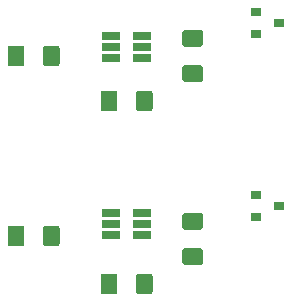
<source format=gbr>
G04 #@! TF.GenerationSoftware,KiCad,Pcbnew,5.0.2+dfsg1-1*
G04 #@! TF.CreationDate,2019-12-28T11:31:48-05:00*
G04 #@! TF.ProjectId,2001captchpad,32303031-6361-4707-9463-687061642e6b,rev?*
G04 #@! TF.SameCoordinates,Original*
G04 #@! TF.FileFunction,Paste,Top*
G04 #@! TF.FilePolarity,Positive*
%FSLAX46Y46*%
G04 Gerber Fmt 4.6, Leading zero omitted, Abs format (unit mm)*
G04 Created by KiCad (PCBNEW 5.0.2+dfsg1-1) date Sat 28 Dec 2019 11:31:48 AM EST*
%MOMM*%
%LPD*%
G01*
G04 APERTURE LIST*
%ADD10C,0.100000*%
%ADD11C,1.425000*%
%ADD12R,0.900000X0.800000*%
%ADD13R,1.560000X0.650000*%
G04 APERTURE END LIST*
D10*
G04 #@! TO.C,C1*
G36*
X163971504Y-88733204D02*
X163995773Y-88736804D01*
X164019571Y-88742765D01*
X164042671Y-88751030D01*
X164064849Y-88761520D01*
X164085893Y-88774133D01*
X164105598Y-88788747D01*
X164123777Y-88805223D01*
X164140253Y-88823402D01*
X164154867Y-88843107D01*
X164167480Y-88864151D01*
X164177970Y-88886329D01*
X164186235Y-88909429D01*
X164192196Y-88933227D01*
X164195796Y-88957496D01*
X164197000Y-88982000D01*
X164197000Y-89907000D01*
X164195796Y-89931504D01*
X164192196Y-89955773D01*
X164186235Y-89979571D01*
X164177970Y-90002671D01*
X164167480Y-90024849D01*
X164154867Y-90045893D01*
X164140253Y-90065598D01*
X164123777Y-90083777D01*
X164105598Y-90100253D01*
X164085893Y-90114867D01*
X164064849Y-90127480D01*
X164042671Y-90137970D01*
X164019571Y-90146235D01*
X163995773Y-90152196D01*
X163971504Y-90155796D01*
X163947000Y-90157000D01*
X162697000Y-90157000D01*
X162672496Y-90155796D01*
X162648227Y-90152196D01*
X162624429Y-90146235D01*
X162601329Y-90137970D01*
X162579151Y-90127480D01*
X162558107Y-90114867D01*
X162538402Y-90100253D01*
X162520223Y-90083777D01*
X162503747Y-90065598D01*
X162489133Y-90045893D01*
X162476520Y-90024849D01*
X162466030Y-90002671D01*
X162457765Y-89979571D01*
X162451804Y-89955773D01*
X162448204Y-89931504D01*
X162447000Y-89907000D01*
X162447000Y-88982000D01*
X162448204Y-88957496D01*
X162451804Y-88933227D01*
X162457765Y-88909429D01*
X162466030Y-88886329D01*
X162476520Y-88864151D01*
X162489133Y-88843107D01*
X162503747Y-88823402D01*
X162520223Y-88805223D01*
X162538402Y-88788747D01*
X162558107Y-88774133D01*
X162579151Y-88761520D01*
X162601329Y-88751030D01*
X162624429Y-88742765D01*
X162648227Y-88736804D01*
X162672496Y-88733204D01*
X162697000Y-88732000D01*
X163947000Y-88732000D01*
X163971504Y-88733204D01*
X163971504Y-88733204D01*
G37*
D11*
X163322000Y-89444500D03*
D10*
G36*
X163971504Y-91708204D02*
X163995773Y-91711804D01*
X164019571Y-91717765D01*
X164042671Y-91726030D01*
X164064849Y-91736520D01*
X164085893Y-91749133D01*
X164105598Y-91763747D01*
X164123777Y-91780223D01*
X164140253Y-91798402D01*
X164154867Y-91818107D01*
X164167480Y-91839151D01*
X164177970Y-91861329D01*
X164186235Y-91884429D01*
X164192196Y-91908227D01*
X164195796Y-91932496D01*
X164197000Y-91957000D01*
X164197000Y-92882000D01*
X164195796Y-92906504D01*
X164192196Y-92930773D01*
X164186235Y-92954571D01*
X164177970Y-92977671D01*
X164167480Y-92999849D01*
X164154867Y-93020893D01*
X164140253Y-93040598D01*
X164123777Y-93058777D01*
X164105598Y-93075253D01*
X164085893Y-93089867D01*
X164064849Y-93102480D01*
X164042671Y-93112970D01*
X164019571Y-93121235D01*
X163995773Y-93127196D01*
X163971504Y-93130796D01*
X163947000Y-93132000D01*
X162697000Y-93132000D01*
X162672496Y-93130796D01*
X162648227Y-93127196D01*
X162624429Y-93121235D01*
X162601329Y-93112970D01*
X162579151Y-93102480D01*
X162558107Y-93089867D01*
X162538402Y-93075253D01*
X162520223Y-93058777D01*
X162503747Y-93040598D01*
X162489133Y-93020893D01*
X162476520Y-92999849D01*
X162466030Y-92977671D01*
X162457765Y-92954571D01*
X162451804Y-92930773D01*
X162448204Y-92906504D01*
X162447000Y-92882000D01*
X162447000Y-91957000D01*
X162448204Y-91932496D01*
X162451804Y-91908227D01*
X162457765Y-91884429D01*
X162466030Y-91861329D01*
X162476520Y-91839151D01*
X162489133Y-91818107D01*
X162503747Y-91798402D01*
X162520223Y-91780223D01*
X162538402Y-91763747D01*
X162558107Y-91749133D01*
X162579151Y-91736520D01*
X162601329Y-91726030D01*
X162624429Y-91717765D01*
X162648227Y-91711804D01*
X162672496Y-91708204D01*
X162697000Y-91707000D01*
X163947000Y-91707000D01*
X163971504Y-91708204D01*
X163971504Y-91708204D01*
G37*
D11*
X163322000Y-92419500D03*
G04 #@! TD*
D10*
G04 #@! TO.C,C2*
G36*
X159708504Y-93868204D02*
X159732773Y-93871804D01*
X159756571Y-93877765D01*
X159779671Y-93886030D01*
X159801849Y-93896520D01*
X159822893Y-93909133D01*
X159842598Y-93923747D01*
X159860777Y-93940223D01*
X159877253Y-93958402D01*
X159891867Y-93978107D01*
X159904480Y-93999151D01*
X159914970Y-94021329D01*
X159923235Y-94044429D01*
X159929196Y-94068227D01*
X159932796Y-94092496D01*
X159934000Y-94117000D01*
X159934000Y-95367000D01*
X159932796Y-95391504D01*
X159929196Y-95415773D01*
X159923235Y-95439571D01*
X159914970Y-95462671D01*
X159904480Y-95484849D01*
X159891867Y-95505893D01*
X159877253Y-95525598D01*
X159860777Y-95543777D01*
X159842598Y-95560253D01*
X159822893Y-95574867D01*
X159801849Y-95587480D01*
X159779671Y-95597970D01*
X159756571Y-95606235D01*
X159732773Y-95612196D01*
X159708504Y-95615796D01*
X159684000Y-95617000D01*
X158759000Y-95617000D01*
X158734496Y-95615796D01*
X158710227Y-95612196D01*
X158686429Y-95606235D01*
X158663329Y-95597970D01*
X158641151Y-95587480D01*
X158620107Y-95574867D01*
X158600402Y-95560253D01*
X158582223Y-95543777D01*
X158565747Y-95525598D01*
X158551133Y-95505893D01*
X158538520Y-95484849D01*
X158528030Y-95462671D01*
X158519765Y-95439571D01*
X158513804Y-95415773D01*
X158510204Y-95391504D01*
X158509000Y-95367000D01*
X158509000Y-94117000D01*
X158510204Y-94092496D01*
X158513804Y-94068227D01*
X158519765Y-94044429D01*
X158528030Y-94021329D01*
X158538520Y-93999151D01*
X158551133Y-93978107D01*
X158565747Y-93958402D01*
X158582223Y-93940223D01*
X158600402Y-93923747D01*
X158620107Y-93909133D01*
X158641151Y-93896520D01*
X158663329Y-93886030D01*
X158686429Y-93877765D01*
X158710227Y-93871804D01*
X158734496Y-93868204D01*
X158759000Y-93867000D01*
X159684000Y-93867000D01*
X159708504Y-93868204D01*
X159708504Y-93868204D01*
G37*
D11*
X159221500Y-94742000D03*
D10*
G36*
X156733504Y-93868204D02*
X156757773Y-93871804D01*
X156781571Y-93877765D01*
X156804671Y-93886030D01*
X156826849Y-93896520D01*
X156847893Y-93909133D01*
X156867598Y-93923747D01*
X156885777Y-93940223D01*
X156902253Y-93958402D01*
X156916867Y-93978107D01*
X156929480Y-93999151D01*
X156939970Y-94021329D01*
X156948235Y-94044429D01*
X156954196Y-94068227D01*
X156957796Y-94092496D01*
X156959000Y-94117000D01*
X156959000Y-95367000D01*
X156957796Y-95391504D01*
X156954196Y-95415773D01*
X156948235Y-95439571D01*
X156939970Y-95462671D01*
X156929480Y-95484849D01*
X156916867Y-95505893D01*
X156902253Y-95525598D01*
X156885777Y-95543777D01*
X156867598Y-95560253D01*
X156847893Y-95574867D01*
X156826849Y-95587480D01*
X156804671Y-95597970D01*
X156781571Y-95606235D01*
X156757773Y-95612196D01*
X156733504Y-95615796D01*
X156709000Y-95617000D01*
X155784000Y-95617000D01*
X155759496Y-95615796D01*
X155735227Y-95612196D01*
X155711429Y-95606235D01*
X155688329Y-95597970D01*
X155666151Y-95587480D01*
X155645107Y-95574867D01*
X155625402Y-95560253D01*
X155607223Y-95543777D01*
X155590747Y-95525598D01*
X155576133Y-95505893D01*
X155563520Y-95484849D01*
X155553030Y-95462671D01*
X155544765Y-95439571D01*
X155538804Y-95415773D01*
X155535204Y-95391504D01*
X155534000Y-95367000D01*
X155534000Y-94117000D01*
X155535204Y-94092496D01*
X155538804Y-94068227D01*
X155544765Y-94044429D01*
X155553030Y-94021329D01*
X155563520Y-93999151D01*
X155576133Y-93978107D01*
X155590747Y-93958402D01*
X155607223Y-93940223D01*
X155625402Y-93923747D01*
X155645107Y-93909133D01*
X155666151Y-93896520D01*
X155688329Y-93886030D01*
X155711429Y-93877765D01*
X155735227Y-93871804D01*
X155759496Y-93868204D01*
X155784000Y-93867000D01*
X156709000Y-93867000D01*
X156733504Y-93868204D01*
X156733504Y-93868204D01*
G37*
D11*
X156246500Y-94742000D03*
G04 #@! TD*
D10*
G04 #@! TO.C,C3*
G36*
X163971504Y-104227204D02*
X163995773Y-104230804D01*
X164019571Y-104236765D01*
X164042671Y-104245030D01*
X164064849Y-104255520D01*
X164085893Y-104268133D01*
X164105598Y-104282747D01*
X164123777Y-104299223D01*
X164140253Y-104317402D01*
X164154867Y-104337107D01*
X164167480Y-104358151D01*
X164177970Y-104380329D01*
X164186235Y-104403429D01*
X164192196Y-104427227D01*
X164195796Y-104451496D01*
X164197000Y-104476000D01*
X164197000Y-105401000D01*
X164195796Y-105425504D01*
X164192196Y-105449773D01*
X164186235Y-105473571D01*
X164177970Y-105496671D01*
X164167480Y-105518849D01*
X164154867Y-105539893D01*
X164140253Y-105559598D01*
X164123777Y-105577777D01*
X164105598Y-105594253D01*
X164085893Y-105608867D01*
X164064849Y-105621480D01*
X164042671Y-105631970D01*
X164019571Y-105640235D01*
X163995773Y-105646196D01*
X163971504Y-105649796D01*
X163947000Y-105651000D01*
X162697000Y-105651000D01*
X162672496Y-105649796D01*
X162648227Y-105646196D01*
X162624429Y-105640235D01*
X162601329Y-105631970D01*
X162579151Y-105621480D01*
X162558107Y-105608867D01*
X162538402Y-105594253D01*
X162520223Y-105577777D01*
X162503747Y-105559598D01*
X162489133Y-105539893D01*
X162476520Y-105518849D01*
X162466030Y-105496671D01*
X162457765Y-105473571D01*
X162451804Y-105449773D01*
X162448204Y-105425504D01*
X162447000Y-105401000D01*
X162447000Y-104476000D01*
X162448204Y-104451496D01*
X162451804Y-104427227D01*
X162457765Y-104403429D01*
X162466030Y-104380329D01*
X162476520Y-104358151D01*
X162489133Y-104337107D01*
X162503747Y-104317402D01*
X162520223Y-104299223D01*
X162538402Y-104282747D01*
X162558107Y-104268133D01*
X162579151Y-104255520D01*
X162601329Y-104245030D01*
X162624429Y-104236765D01*
X162648227Y-104230804D01*
X162672496Y-104227204D01*
X162697000Y-104226000D01*
X163947000Y-104226000D01*
X163971504Y-104227204D01*
X163971504Y-104227204D01*
G37*
D11*
X163322000Y-104938500D03*
D10*
G36*
X163971504Y-107202204D02*
X163995773Y-107205804D01*
X164019571Y-107211765D01*
X164042671Y-107220030D01*
X164064849Y-107230520D01*
X164085893Y-107243133D01*
X164105598Y-107257747D01*
X164123777Y-107274223D01*
X164140253Y-107292402D01*
X164154867Y-107312107D01*
X164167480Y-107333151D01*
X164177970Y-107355329D01*
X164186235Y-107378429D01*
X164192196Y-107402227D01*
X164195796Y-107426496D01*
X164197000Y-107451000D01*
X164197000Y-108376000D01*
X164195796Y-108400504D01*
X164192196Y-108424773D01*
X164186235Y-108448571D01*
X164177970Y-108471671D01*
X164167480Y-108493849D01*
X164154867Y-108514893D01*
X164140253Y-108534598D01*
X164123777Y-108552777D01*
X164105598Y-108569253D01*
X164085893Y-108583867D01*
X164064849Y-108596480D01*
X164042671Y-108606970D01*
X164019571Y-108615235D01*
X163995773Y-108621196D01*
X163971504Y-108624796D01*
X163947000Y-108626000D01*
X162697000Y-108626000D01*
X162672496Y-108624796D01*
X162648227Y-108621196D01*
X162624429Y-108615235D01*
X162601329Y-108606970D01*
X162579151Y-108596480D01*
X162558107Y-108583867D01*
X162538402Y-108569253D01*
X162520223Y-108552777D01*
X162503747Y-108534598D01*
X162489133Y-108514893D01*
X162476520Y-108493849D01*
X162466030Y-108471671D01*
X162457765Y-108448571D01*
X162451804Y-108424773D01*
X162448204Y-108400504D01*
X162447000Y-108376000D01*
X162447000Y-107451000D01*
X162448204Y-107426496D01*
X162451804Y-107402227D01*
X162457765Y-107378429D01*
X162466030Y-107355329D01*
X162476520Y-107333151D01*
X162489133Y-107312107D01*
X162503747Y-107292402D01*
X162520223Y-107274223D01*
X162538402Y-107257747D01*
X162558107Y-107243133D01*
X162579151Y-107230520D01*
X162601329Y-107220030D01*
X162624429Y-107211765D01*
X162648227Y-107205804D01*
X162672496Y-107202204D01*
X162697000Y-107201000D01*
X163947000Y-107201000D01*
X163971504Y-107202204D01*
X163971504Y-107202204D01*
G37*
D11*
X163322000Y-107913500D03*
G04 #@! TD*
D10*
G04 #@! TO.C,C4*
G36*
X159708504Y-109362204D02*
X159732773Y-109365804D01*
X159756571Y-109371765D01*
X159779671Y-109380030D01*
X159801849Y-109390520D01*
X159822893Y-109403133D01*
X159842598Y-109417747D01*
X159860777Y-109434223D01*
X159877253Y-109452402D01*
X159891867Y-109472107D01*
X159904480Y-109493151D01*
X159914970Y-109515329D01*
X159923235Y-109538429D01*
X159929196Y-109562227D01*
X159932796Y-109586496D01*
X159934000Y-109611000D01*
X159934000Y-110861000D01*
X159932796Y-110885504D01*
X159929196Y-110909773D01*
X159923235Y-110933571D01*
X159914970Y-110956671D01*
X159904480Y-110978849D01*
X159891867Y-110999893D01*
X159877253Y-111019598D01*
X159860777Y-111037777D01*
X159842598Y-111054253D01*
X159822893Y-111068867D01*
X159801849Y-111081480D01*
X159779671Y-111091970D01*
X159756571Y-111100235D01*
X159732773Y-111106196D01*
X159708504Y-111109796D01*
X159684000Y-111111000D01*
X158759000Y-111111000D01*
X158734496Y-111109796D01*
X158710227Y-111106196D01*
X158686429Y-111100235D01*
X158663329Y-111091970D01*
X158641151Y-111081480D01*
X158620107Y-111068867D01*
X158600402Y-111054253D01*
X158582223Y-111037777D01*
X158565747Y-111019598D01*
X158551133Y-110999893D01*
X158538520Y-110978849D01*
X158528030Y-110956671D01*
X158519765Y-110933571D01*
X158513804Y-110909773D01*
X158510204Y-110885504D01*
X158509000Y-110861000D01*
X158509000Y-109611000D01*
X158510204Y-109586496D01*
X158513804Y-109562227D01*
X158519765Y-109538429D01*
X158528030Y-109515329D01*
X158538520Y-109493151D01*
X158551133Y-109472107D01*
X158565747Y-109452402D01*
X158582223Y-109434223D01*
X158600402Y-109417747D01*
X158620107Y-109403133D01*
X158641151Y-109390520D01*
X158663329Y-109380030D01*
X158686429Y-109371765D01*
X158710227Y-109365804D01*
X158734496Y-109362204D01*
X158759000Y-109361000D01*
X159684000Y-109361000D01*
X159708504Y-109362204D01*
X159708504Y-109362204D01*
G37*
D11*
X159221500Y-110236000D03*
D10*
G36*
X156733504Y-109362204D02*
X156757773Y-109365804D01*
X156781571Y-109371765D01*
X156804671Y-109380030D01*
X156826849Y-109390520D01*
X156847893Y-109403133D01*
X156867598Y-109417747D01*
X156885777Y-109434223D01*
X156902253Y-109452402D01*
X156916867Y-109472107D01*
X156929480Y-109493151D01*
X156939970Y-109515329D01*
X156948235Y-109538429D01*
X156954196Y-109562227D01*
X156957796Y-109586496D01*
X156959000Y-109611000D01*
X156959000Y-110861000D01*
X156957796Y-110885504D01*
X156954196Y-110909773D01*
X156948235Y-110933571D01*
X156939970Y-110956671D01*
X156929480Y-110978849D01*
X156916867Y-110999893D01*
X156902253Y-111019598D01*
X156885777Y-111037777D01*
X156867598Y-111054253D01*
X156847893Y-111068867D01*
X156826849Y-111081480D01*
X156804671Y-111091970D01*
X156781571Y-111100235D01*
X156757773Y-111106196D01*
X156733504Y-111109796D01*
X156709000Y-111111000D01*
X155784000Y-111111000D01*
X155759496Y-111109796D01*
X155735227Y-111106196D01*
X155711429Y-111100235D01*
X155688329Y-111091970D01*
X155666151Y-111081480D01*
X155645107Y-111068867D01*
X155625402Y-111054253D01*
X155607223Y-111037777D01*
X155590747Y-111019598D01*
X155576133Y-110999893D01*
X155563520Y-110978849D01*
X155553030Y-110956671D01*
X155544765Y-110933571D01*
X155538804Y-110909773D01*
X155535204Y-110885504D01*
X155534000Y-110861000D01*
X155534000Y-109611000D01*
X155535204Y-109586496D01*
X155538804Y-109562227D01*
X155544765Y-109538429D01*
X155553030Y-109515329D01*
X155563520Y-109493151D01*
X155576133Y-109472107D01*
X155590747Y-109452402D01*
X155607223Y-109434223D01*
X155625402Y-109417747D01*
X155645107Y-109403133D01*
X155666151Y-109390520D01*
X155688329Y-109380030D01*
X155711429Y-109371765D01*
X155735227Y-109365804D01*
X155759496Y-109362204D01*
X155784000Y-109361000D01*
X156709000Y-109361000D01*
X156733504Y-109362204D01*
X156733504Y-109362204D01*
G37*
D11*
X156246500Y-110236000D03*
G04 #@! TD*
D12*
G04 #@! TO.C,Q1*
X170672000Y-88138000D03*
X168672000Y-89088000D03*
X168672000Y-87188000D03*
G04 #@! TD*
G04 #@! TO.C,Q2*
X170672000Y-103632000D03*
X168672000Y-104582000D03*
X168672000Y-102682000D03*
G04 #@! TD*
D10*
G04 #@! TO.C,R1*
G36*
X151834504Y-90058204D02*
X151858773Y-90061804D01*
X151882571Y-90067765D01*
X151905671Y-90076030D01*
X151927849Y-90086520D01*
X151948893Y-90099133D01*
X151968598Y-90113747D01*
X151986777Y-90130223D01*
X152003253Y-90148402D01*
X152017867Y-90168107D01*
X152030480Y-90189151D01*
X152040970Y-90211329D01*
X152049235Y-90234429D01*
X152055196Y-90258227D01*
X152058796Y-90282496D01*
X152060000Y-90307000D01*
X152060000Y-91557000D01*
X152058796Y-91581504D01*
X152055196Y-91605773D01*
X152049235Y-91629571D01*
X152040970Y-91652671D01*
X152030480Y-91674849D01*
X152017867Y-91695893D01*
X152003253Y-91715598D01*
X151986777Y-91733777D01*
X151968598Y-91750253D01*
X151948893Y-91764867D01*
X151927849Y-91777480D01*
X151905671Y-91787970D01*
X151882571Y-91796235D01*
X151858773Y-91802196D01*
X151834504Y-91805796D01*
X151810000Y-91807000D01*
X150885000Y-91807000D01*
X150860496Y-91805796D01*
X150836227Y-91802196D01*
X150812429Y-91796235D01*
X150789329Y-91787970D01*
X150767151Y-91777480D01*
X150746107Y-91764867D01*
X150726402Y-91750253D01*
X150708223Y-91733777D01*
X150691747Y-91715598D01*
X150677133Y-91695893D01*
X150664520Y-91674849D01*
X150654030Y-91652671D01*
X150645765Y-91629571D01*
X150639804Y-91605773D01*
X150636204Y-91581504D01*
X150635000Y-91557000D01*
X150635000Y-90307000D01*
X150636204Y-90282496D01*
X150639804Y-90258227D01*
X150645765Y-90234429D01*
X150654030Y-90211329D01*
X150664520Y-90189151D01*
X150677133Y-90168107D01*
X150691747Y-90148402D01*
X150708223Y-90130223D01*
X150726402Y-90113747D01*
X150746107Y-90099133D01*
X150767151Y-90086520D01*
X150789329Y-90076030D01*
X150812429Y-90067765D01*
X150836227Y-90061804D01*
X150860496Y-90058204D01*
X150885000Y-90057000D01*
X151810000Y-90057000D01*
X151834504Y-90058204D01*
X151834504Y-90058204D01*
G37*
D11*
X151347500Y-90932000D03*
D10*
G36*
X148859504Y-90058204D02*
X148883773Y-90061804D01*
X148907571Y-90067765D01*
X148930671Y-90076030D01*
X148952849Y-90086520D01*
X148973893Y-90099133D01*
X148993598Y-90113747D01*
X149011777Y-90130223D01*
X149028253Y-90148402D01*
X149042867Y-90168107D01*
X149055480Y-90189151D01*
X149065970Y-90211329D01*
X149074235Y-90234429D01*
X149080196Y-90258227D01*
X149083796Y-90282496D01*
X149085000Y-90307000D01*
X149085000Y-91557000D01*
X149083796Y-91581504D01*
X149080196Y-91605773D01*
X149074235Y-91629571D01*
X149065970Y-91652671D01*
X149055480Y-91674849D01*
X149042867Y-91695893D01*
X149028253Y-91715598D01*
X149011777Y-91733777D01*
X148993598Y-91750253D01*
X148973893Y-91764867D01*
X148952849Y-91777480D01*
X148930671Y-91787970D01*
X148907571Y-91796235D01*
X148883773Y-91802196D01*
X148859504Y-91805796D01*
X148835000Y-91807000D01*
X147910000Y-91807000D01*
X147885496Y-91805796D01*
X147861227Y-91802196D01*
X147837429Y-91796235D01*
X147814329Y-91787970D01*
X147792151Y-91777480D01*
X147771107Y-91764867D01*
X147751402Y-91750253D01*
X147733223Y-91733777D01*
X147716747Y-91715598D01*
X147702133Y-91695893D01*
X147689520Y-91674849D01*
X147679030Y-91652671D01*
X147670765Y-91629571D01*
X147664804Y-91605773D01*
X147661204Y-91581504D01*
X147660000Y-91557000D01*
X147660000Y-90307000D01*
X147661204Y-90282496D01*
X147664804Y-90258227D01*
X147670765Y-90234429D01*
X147679030Y-90211329D01*
X147689520Y-90189151D01*
X147702133Y-90168107D01*
X147716747Y-90148402D01*
X147733223Y-90130223D01*
X147751402Y-90113747D01*
X147771107Y-90099133D01*
X147792151Y-90086520D01*
X147814329Y-90076030D01*
X147837429Y-90067765D01*
X147861227Y-90061804D01*
X147885496Y-90058204D01*
X147910000Y-90057000D01*
X148835000Y-90057000D01*
X148859504Y-90058204D01*
X148859504Y-90058204D01*
G37*
D11*
X148372500Y-90932000D03*
G04 #@! TD*
D10*
G04 #@! TO.C,R2*
G36*
X151834504Y-105298204D02*
X151858773Y-105301804D01*
X151882571Y-105307765D01*
X151905671Y-105316030D01*
X151927849Y-105326520D01*
X151948893Y-105339133D01*
X151968598Y-105353747D01*
X151986777Y-105370223D01*
X152003253Y-105388402D01*
X152017867Y-105408107D01*
X152030480Y-105429151D01*
X152040970Y-105451329D01*
X152049235Y-105474429D01*
X152055196Y-105498227D01*
X152058796Y-105522496D01*
X152060000Y-105547000D01*
X152060000Y-106797000D01*
X152058796Y-106821504D01*
X152055196Y-106845773D01*
X152049235Y-106869571D01*
X152040970Y-106892671D01*
X152030480Y-106914849D01*
X152017867Y-106935893D01*
X152003253Y-106955598D01*
X151986777Y-106973777D01*
X151968598Y-106990253D01*
X151948893Y-107004867D01*
X151927849Y-107017480D01*
X151905671Y-107027970D01*
X151882571Y-107036235D01*
X151858773Y-107042196D01*
X151834504Y-107045796D01*
X151810000Y-107047000D01*
X150885000Y-107047000D01*
X150860496Y-107045796D01*
X150836227Y-107042196D01*
X150812429Y-107036235D01*
X150789329Y-107027970D01*
X150767151Y-107017480D01*
X150746107Y-107004867D01*
X150726402Y-106990253D01*
X150708223Y-106973777D01*
X150691747Y-106955598D01*
X150677133Y-106935893D01*
X150664520Y-106914849D01*
X150654030Y-106892671D01*
X150645765Y-106869571D01*
X150639804Y-106845773D01*
X150636204Y-106821504D01*
X150635000Y-106797000D01*
X150635000Y-105547000D01*
X150636204Y-105522496D01*
X150639804Y-105498227D01*
X150645765Y-105474429D01*
X150654030Y-105451329D01*
X150664520Y-105429151D01*
X150677133Y-105408107D01*
X150691747Y-105388402D01*
X150708223Y-105370223D01*
X150726402Y-105353747D01*
X150746107Y-105339133D01*
X150767151Y-105326520D01*
X150789329Y-105316030D01*
X150812429Y-105307765D01*
X150836227Y-105301804D01*
X150860496Y-105298204D01*
X150885000Y-105297000D01*
X151810000Y-105297000D01*
X151834504Y-105298204D01*
X151834504Y-105298204D01*
G37*
D11*
X151347500Y-106172000D03*
D10*
G36*
X148859504Y-105298204D02*
X148883773Y-105301804D01*
X148907571Y-105307765D01*
X148930671Y-105316030D01*
X148952849Y-105326520D01*
X148973893Y-105339133D01*
X148993598Y-105353747D01*
X149011777Y-105370223D01*
X149028253Y-105388402D01*
X149042867Y-105408107D01*
X149055480Y-105429151D01*
X149065970Y-105451329D01*
X149074235Y-105474429D01*
X149080196Y-105498227D01*
X149083796Y-105522496D01*
X149085000Y-105547000D01*
X149085000Y-106797000D01*
X149083796Y-106821504D01*
X149080196Y-106845773D01*
X149074235Y-106869571D01*
X149065970Y-106892671D01*
X149055480Y-106914849D01*
X149042867Y-106935893D01*
X149028253Y-106955598D01*
X149011777Y-106973777D01*
X148993598Y-106990253D01*
X148973893Y-107004867D01*
X148952849Y-107017480D01*
X148930671Y-107027970D01*
X148907571Y-107036235D01*
X148883773Y-107042196D01*
X148859504Y-107045796D01*
X148835000Y-107047000D01*
X147910000Y-107047000D01*
X147885496Y-107045796D01*
X147861227Y-107042196D01*
X147837429Y-107036235D01*
X147814329Y-107027970D01*
X147792151Y-107017480D01*
X147771107Y-107004867D01*
X147751402Y-106990253D01*
X147733223Y-106973777D01*
X147716747Y-106955598D01*
X147702133Y-106935893D01*
X147689520Y-106914849D01*
X147679030Y-106892671D01*
X147670765Y-106869571D01*
X147664804Y-106845773D01*
X147661204Y-106821504D01*
X147660000Y-106797000D01*
X147660000Y-105547000D01*
X147661204Y-105522496D01*
X147664804Y-105498227D01*
X147670765Y-105474429D01*
X147679030Y-105451329D01*
X147689520Y-105429151D01*
X147702133Y-105408107D01*
X147716747Y-105388402D01*
X147733223Y-105370223D01*
X147751402Y-105353747D01*
X147771107Y-105339133D01*
X147792151Y-105326520D01*
X147814329Y-105316030D01*
X147837429Y-105307765D01*
X147861227Y-105301804D01*
X147885496Y-105298204D01*
X147910000Y-105297000D01*
X148835000Y-105297000D01*
X148859504Y-105298204D01*
X148859504Y-105298204D01*
G37*
D11*
X148372500Y-106172000D03*
G04 #@! TD*
D13*
G04 #@! TO.C,U1*
X159084000Y-90170000D03*
X159084000Y-89220000D03*
X159084000Y-91120000D03*
X156384000Y-91120000D03*
X156384000Y-90170000D03*
X156384000Y-89220000D03*
G04 #@! TD*
G04 #@! TO.C,U2*
X159084000Y-105156000D03*
X159084000Y-104206000D03*
X159084000Y-106106000D03*
X156384000Y-106106000D03*
X156384000Y-105156000D03*
X156384000Y-104206000D03*
G04 #@! TD*
M02*

</source>
